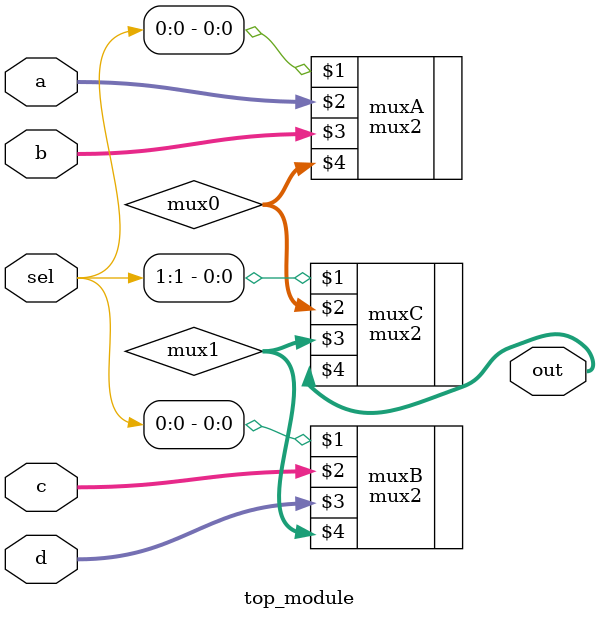
<source format=v>
module top_module (
    input [1:0] sel,
    input [7:0] a,
    input [7:0] b,
    input [7:0] c,
    input [7:0] d,
    output [7:0] out  ); //

    wire [7:0] mux0;
    wire [7:0] mux1;
    
    mux2 muxA ( sel[0],    a,    b, mux0 );
    mux2 muxB ( sel[0],    c,    d, mux1 );
    mux2 muxC( sel[1], mux0, mux1,  out );

endmodule

</source>
